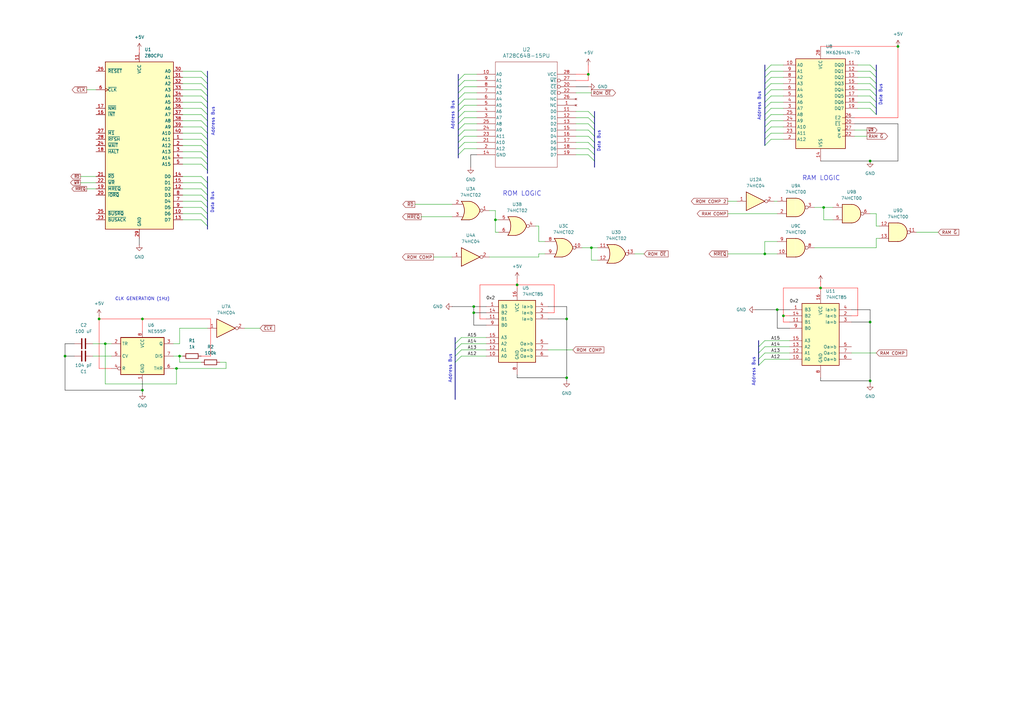
<source format=kicad_sch>
(kicad_sch (version 20250114) (generator "eeschema") (generator_version "9.0")
  (paper "A3")
  (lib_symbols
    (symbol "74xx:74HC04"
      (property "Reference" "U" (at 0 1.27 0))
      (property "Value" "74HC04" (at 0 -1.27 0))
      (symbol "74HC04_1_0"
        (pin input line (at -7.62 0 0) (length 3.81) (name "~") (number "1"))
        (pin output inverted (at 7.62 0 180) (length 3.81) (name "~") (number "2"))
      )
      (symbol "74HC04_2_0"
        (pin input line (at -7.62 0 0) (length 3.81) (name "~") (number "3"))
        (pin output inverted (at 7.62 0 180) (length 3.81) (name "~") (number "4"))
      )
      (symbol "74HC04_3_0"
        (pin input line (at -7.62 0 0) (length 3.81) (name "~") (number "5"))
        (pin output inverted (at 7.62 0 180) (length 3.81) (name "~") (number "6"))
      )
      (symbol "74HC04_4_0"
        (pin input line (at -7.62 0 0) (length 3.81) (name "~") (number "9"))
        (pin output inverted (at 7.62 0 180) (length 3.81) (name "~") (number "8"))
      )
      (symbol "74HC04_5_0"
        (pin input line (at -7.62 0 0) (length 3.81) (name "~") (number "11"))
        (pin output inverted (at 7.62 0 180) (length 3.81) (name "~") (number "10"))
      )
      (symbol "74HC04_6_0"
        (pin input line (at -7.62 0 0) (length 3.81) (name "~") (number "13"))
        (pin output inverted (at 7.62 0 180) (length 3.81) (name "~") (number "12"))
      )
      (symbol "74HC04_7_0"
        (pin power_in line (at 0 12.7 270) (length 5.08) (name "VCC") (number "14"))
        (pin power_in line (at 0 -12.7 90) (length 5.08) (name "GND") (number "7"))
      )
    )
    (symbol "74xx:74HCT00" (pin_names (offset 1.016))
      (property "Reference" "U" (at 0 1.27 0))
      (property "Value" "74HCT00" (at 0 -1.27 0))
      (symbol "74HCT00_1_1"
        (pin input line (at -7.62 2.54 0) (length 3.81) (name "~") (number "1"))
        (pin input line (at -7.62 -2.54 0) (length 3.81) (name "~") (number "2"))
        (pin output inverted (at 7.62 0 180) (length 3.81) (name "~") (number "3"))
      )
      (symbol "74HCT00_1_2"
        (pin input inverted (at -7.62 2.54 0) (length 4.318) (name "~") (number "1"))
        (pin input inverted (at -7.62 -2.54 0) (length 4.318) (name "~") (number "2"))
        (pin output line (at 7.62 0 180) (length 3.81) (name "~") (number "3"))
      )
      (symbol "74HCT00_2_1"
        (pin input line (at -7.62 2.54 0) (length 3.81) (name "~") (number "4"))
        (pin input line (at -7.62 -2.54 0) (length 3.81) (name "~") (number "5"))
        (pin output inverted (at 7.62 0 180) (length 3.81) (name "~") (number "6"))
      )
      (symbol "74HCT00_2_2"
        (pin input inverted (at -7.62 2.54 0) (length 4.318) (name "~") (number "4"))
        (pin input inverted (at -7.62 -2.54 0) (length 4.318) (name "~") (number "5"))
        (pin output line (at 7.62 0 180) (length 3.81) (name "~") (number "6"))
      )
      (symbol "74HCT00_3_1"
        (pin input line (at -7.62 2.54 0) (length 3.81) (name "~") (number "9"))
        (pin input line (at -7.62 -2.54 0) (length 3.81) (name "~") (number "10"))
        (pin output inverted (at 7.62 0 180) (length 3.81) (name "~") (number "8"))
      )
      (symbol "74HCT00_3_2"
        (pin input inverted (at -7.62 2.54 0) (length 4.318) (name "~") (number "9"))
        (pin input inverted (at -7.62 -2.54 0) (length 4.318) (name "~") (number "10"))
        (pin output line (at 7.62 0 180) (length 3.81) (name "~") (number "8"))
      )
      (symbol "74HCT00_4_1"
        (pin input line (at -7.62 2.54 0) (length 3.81) (name "~") (number "12"))
        (pin input line (at -7.62 -2.54 0) (length 3.81) (name "~") (number "13"))
        (pin output inverted (at 7.62 0 180) (length 3.81) (name "~") (number "11"))
      )
      (symbol "74HCT00_4_2"
        (pin input inverted (at -7.62 2.54 0) (length 4.318) (name "~") (number "12"))
        (pin input inverted (at -7.62 -2.54 0) (length 4.318) (name "~") (number "13"))
        (pin output line (at 7.62 0 180) (length 3.81) (name "~") (number "11"))
      )
      (symbol "74HCT00_5_0"
        (pin power_in line (at 0 12.7 270) (length 5.08) (name "VCC") (number "14"))
        (pin power_in line (at 0 -12.7 90) (length 5.08) (name "GND") (number "7"))
      )
    )
    (symbol "74xx:74HCT02" (pin_names (offset 1.016))
      (property "Reference" "U" (at 0 1.27 0))
      (property "Value" "74HCT02" (at 0 -1.27 0))
      (symbol "74HCT02_1_1"
        (pin input line (at -7.62 2.54 0) (length 4.318) (name "~") (number "2"))
        (pin input line (at -7.62 -2.54 0) (length 4.318) (name "~") (number "3"))
        (pin output inverted (at 7.62 0 180) (length 3.81) (name "~") (number "1"))
      )
      (symbol "74HCT02_1_2"
        (pin input inverted (at -7.62 2.54 0) (length 3.81) (name "~") (number "2"))
        (pin input inverted (at -7.62 -2.54 0) (length 3.81) (name "~") (number "3"))
        (pin output line (at 7.62 0 180) (length 3.81) (name "~") (number "1"))
      )
      (symbol "74HCT02_2_1"
        (pin input line (at -7.62 2.54 0) (length 4.318) (name "~") (number "5"))
        (pin input line (at -7.62 -2.54 0) (length 4.318) (name "~") (number "6"))
        (pin output inverted (at 7.62 0 180) (length 3.81) (name "~") (number "4"))
      )
      (symbol "74HCT02_2_2"
        (pin input inverted (at -7.62 2.54 0) (length 3.81) (name "~") (number "5"))
        (pin input inverted (at -7.62 -2.54 0) (length 3.81) (name "~") (number "6"))
        (pin output line (at 7.62 0 180) (length 3.81) (name "~") (number "4"))
      )
      (symbol "74HCT02_3_1"
        (pin input line (at -7.62 2.54 0) (length 4.318) (name "~") (number "8"))
        (pin input line (at -7.62 -2.54 0) (length 4.318) (name "~") (number "9"))
        (pin output inverted (at 7.62 0 180) (length 3.81) (name "~") (number "10"))
      )
      (symbol "74HCT02_3_2"
        (pin input inverted (at -7.62 2.54 0) (length 3.81) (name "~") (number "8"))
        (pin input inverted (at -7.62 -2.54 0) (length 3.81) (name "~") (number "9"))
        (pin output line (at 7.62 0 180) (length 3.81) (name "~") (number "10"))
      )
      (symbol "74HCT02_4_1"
        (pin input line (at -7.62 2.54 0) (length 4.318) (name "~") (number "11"))
        (pin input line (at -7.62 -2.54 0) (length 4.318) (name "~") (number "12"))
        (pin output inverted (at 7.62 0 180) (length 3.81) (name "~") (number "13"))
      )
      (symbol "74HCT02_4_2"
        (pin input inverted (at -7.62 2.54 0) (length 3.81) (name "~") (number "11"))
        (pin input inverted (at -7.62 -2.54 0) (length 3.81) (name "~") (number "12"))
        (pin output line (at 7.62 0 180) (length 3.81) (name "~") (number "13"))
      )
      (symbol "74HCT02_5_0"
        (pin power_in line (at 0 12.7 270) (length 5.08) (name "VCC") (number "14"))
        (pin power_in line (at 0 -12.7 90) (length 5.08) (name "GND") (number "7"))
      )
    )
    (symbol "74xx:74HCT85" (pin_names (offset 1.016))
      (property "Reference" "U" (at -7.62 13.97 0))
      (property "Value" "74HCT85" (at -7.62 -13.97 0))
      (symbol "74HCT85_1_0"
        (pin input line (at -12.7 10.16 0) (length 5.08) (name "B3") (number "1"))
        (pin input line (at -12.7 7.62 0) (length 5.08) (name "B2") (number "14"))
        (pin input line (at -12.7 5.08 0) (length 5.08) (name "B1") (number "11"))
        (pin input line (at -12.7 2.54 0) (length 5.08) (name "B0") (number "9"))
        (pin input line (at -12.7 -2.54 0) (length 5.08) (name "A3") (number "15"))
        (pin input line (at -12.7 -5.08 0) (length 5.08) (name "A2") (number "13"))
        (pin input line (at -12.7 -7.62 0) (length 5.08) (name "A1") (number "12"))
        (pin input line (at -12.7 -10.16 0) (length 5.08) (name "A0") (number "10"))
        (pin power_in line (at 0 17.78 270) (length 5.08) (name "VCC") (number "16"))
        (pin power_in line (at 0 -17.78 90) (length 5.08) (name "GND") (number "8"))
        (pin input line (at 12.7 10.16 180) (length 5.08) (name "Ia>b") (number "4"))
        (pin input line (at 12.7 7.62 180) (length 5.08) (name "Ia<b") (number "2"))
        (pin input line (at 12.7 5.08 180) (length 5.08) (name "Ia=b") (number "3"))
        (pin output line (at 12.7 -5.08 180) (length 5.08) (name "Oa>b") (number "5"))
        (pin output line (at 12.7 -7.62 180) (length 5.08) (name "Oa<b") (number "7"))
        (pin output line (at 12.7 -10.16 180) (length 5.08) (name "Oa=b") (number "6"))
      )
    )
    (symbol "CPU:Z80CPU" (pin_names (offset 1.016))
      (property "Reference" "U" (at -13.97 35.56 0))
      (property "Value" "Z80CPU" (at 6.35 35.56 0))
      (symbol "Z80CPU_1_1"
        (pin input line (at -17.78 30.48 0) (length 3.81) (name "~{RESET}") (number "26"))
        (pin input clock (at -17.78 22.86 0) (length 3.81) (name "~{CLK}") (number "6"))
        (pin input line (at -17.78 15.24 0) (length 3.81) (name "~{NMI}") (number "17"))
        (pin input line (at -17.78 12.7 0) (length 3.81) (name "~{INT}") (number "16"))
        (pin output line (at -17.78 5.08 0) (length 3.81) (name "~{M1}") (number "27"))
        (pin output line (at -17.78 2.54 0) (length 3.81) (name "~{RFSH}") (number "28"))
        (pin input line (at -17.78 0 0) (length 3.81) (name "~{WAIT}") (number "24"))
        (pin output line (at -17.78 -2.54 0) (length 3.81) (name "~{HALT}") (number "18"))
        (pin output line (at -17.78 -12.7 0) (length 3.81) (name "~{RD}") (number "21"))
        (pin output line (at -17.78 -15.24 0) (length 3.81) (name "~{WR}") (number "22"))
        (pin output line (at -17.78 -17.78 0) (length 3.81) (name "~{MREQ}") (number "19"))
        (pin output line (at -17.78 -20.32 0) (length 3.81) (name "~{IORQ}") (number "20"))
        (pin input line (at -17.78 -27.94 0) (length 3.81) (name "~{BUSRQ}") (number "25"))
        (pin output line (at -17.78 -30.48 0) (length 3.81) (name "~{BUSACK}") (number "23"))
        (pin power_in line (at 0 38.1 270) (length 3.81) (name "VCC") (number "11"))
        (pin power_in line (at 0 -38.1 90) (length 3.81) (name "GND") (number "29"))
        (pin output line (at 17.78 30.48 180) (length 3.81) (name "A0") (number "30"))
        (pin output line (at 17.78 27.94 180) (length 3.81) (name "A1") (number "31"))
        (pin output line (at 17.78 25.4 180) (length 3.81) (name "A2") (number "32"))
        (pin output line (at 17.78 22.86 180) (length 3.81) (name "A3") (number "33"))
        (pin output line (at 17.78 20.32 180) (length 3.81) (name "A4") (number "34"))
        (pin output line (at 17.78 17.78 180) (length 3.81) (name "A5") (number "35"))
        (pin output line (at 17.78 15.24 180) (length 3.81) (name "A6") (number "36"))
        (pin output line (at 17.78 12.7 180) (length 3.81) (name "A7") (number "37"))
        (pin output line (at 17.78 10.16 180) (length 3.81) (name "A8") (number "38"))
        (pin output line (at 17.78 7.62 180) (length 3.81) (name "A9") (number "39"))
        (pin output line (at 17.78 5.08 180) (length 3.81) (name "A10") (number "40"))
        (pin output line (at 17.78 2.54 180) (length 3.81) (name "A11") (number "1"))
        (pin output line (at 17.78 0 180) (length 3.81) (name "A12") (number "2"))
        (pin output line (at 17.78 -2.54 180) (length 3.81) (name "A13") (number "3"))
        (pin output line (at 17.78 -5.08 180) (length 3.81) (name "A14") (number "4"))
        (pin output line (at 17.78 -7.62 180) (length 3.81) (name "A15") (number "5"))
        (pin bidirectional line (at 17.78 -12.7 180) (length 3.81) (name "D0") (number "14"))
        (pin bidirectional line (at 17.78 -15.24 180) (length 3.81) (name "D1") (number "15"))
        (pin bidirectional line (at 17.78 -17.78 180) (length 3.81) (name "D2") (number "12"))
        (pin bidirectional line (at 17.78 -20.32 180) (length 3.81) (name "D3") (number "8"))
        (pin bidirectional line (at 17.78 -22.86 180) (length 3.81) (name "D4") (number "7"))
        (pin bidirectional line (at 17.78 -25.4 180) (length 3.81) (name "D5") (number "9"))
        (pin bidirectional line (at 17.78 -27.94 180) (length 3.81) (name "D6") (number "10"))
        (pin bidirectional line (at 17.78 -30.48 180) (length 3.81) (name "D7") (number "13"))
      )
    )
    (symbol "Device:C" (pin_numbers (hide yes)) (pin_names (offset 0.254))
      (property "Reference" "C" (at 0.635 2.54 0))
      (property "Value" "C" (at 0.635 -2.54 0))
      (symbol "C_1_1"
        (pin passive line (at 0 3.81 270) (length 2.794) (name "~") (number "1"))
        (pin passive line (at 0 -3.81 90) (length 2.794) (name "~") (number "2"))
      )
    )
    (symbol "Device:R" (pin_numbers (hide yes)) (pin_names (offset 0))
      (property "Reference" "R" (at 2.032 0 90))
      (property "Value" "R" (at 0 0 90))
      (symbol "R_1_1"
        (pin passive line (at 0 3.81 270) (length 1.27) (name "~") (number "1"))
        (pin passive line (at 0 -3.81 90) (length 1.27) (name "~") (number "2"))
      )
    )
    (symbol "Symbols:AT28C64B-15PU" (pin_names (offset 0.254))
      (property "Reference" "U" (at 20.32 10.16 0))
      (property "Value" "AT28C64B-15PU" (at 20.32 7.62 0))
      (symbol "AT28C64B-15PU_0_1"
        (pin input line (at 0 0 0) (length 7.62) (name "A0") (number "10"))
        (pin input line (at 0 -2.54 0) (length 7.62) (name "A1") (number "9"))
        (pin input line (at 0 -5.08 0) (length 7.62) (name "A2") (number "8"))
        (pin input line (at 0 -7.62 0) (length 7.62) (name "A3") (number "7"))
        (pin input line (at 0 -10.16 0) (length 7.62) (name "A4") (number "6"))
        (pin input line (at 0 -12.7 0) (length 7.62) (name "A5") (number "5"))
        (pin input line (at 0 -15.24 0) (length 7.62) (name "A6") (number "4"))
        (pin input line (at 0 -17.78 0) (length 7.62) (name "A7") (number "3"))
        (pin input line (at 0 -30.48 0) (length 7.62) (name "A12") (number "2"))
        (pin power_in line (at 0 -33.02 0) (length 7.62) (name "GND") (number "14"))
        (pin power_in line (at 40.64 0 180) (length 7.62) (name "VCC") (number "28"))
        (pin no_connect line (at 40.64 -10.16 180) (length 7.62) (name "NC") (number "26"))
      )
      (symbol "AT28C64B-15PU_1_1"
        (pin input line (at 0 -20.32 0) (length 7.62) (name "A8") (number "25"))
        (pin input line (at 0 -22.86 0) (length 7.62) (name "A9") (number "24"))
        (pin input line (at 0 -25.4 0) (length 7.62) (name "A11") (number "23"))
        (pin input line (at 0 -27.94 0) (length 7.62) (name "A10") (number "21"))
        (pin input inverted (at 40.64 -2.54 180) (length 7.62) (name "~{WE}") (number "27"))
        (pin input inverted (at 40.64 -5.08 180) (length 7.62) (name "~{CE}") (number "20"))
        (pin input inverted (at 40.64 -7.62 180) (length 7.62) (name "~{OE}") (number "22"))
        (pin no_connect line (at 40.64 -12.7 180) (length 7.62) (name "NC") (number "1"))
        (pin bidirectional line (at 40.64 -15.24 180) (length 7.62) (name "D0") (number "11"))
        (pin bidirectional line (at 40.64 -17.78 180) (length 7.62) (name "D1") (number "12"))
        (pin bidirectional line (at 40.64 -20.32 180) (length 7.62) (name "D2") (number "13"))
        (pin bidirectional line (at 40.64 -22.86 180) (length 7.62) (name "D3") (number "15"))
        (pin bidirectional line (at 40.64 -25.4 180) (length 7.62) (name "D4") (number "16"))
        (pin bidirectional line (at 40.64 -27.94 180) (length 7.62) (name "D5") (number "17"))
        (pin bidirectional line (at 40.64 -30.48 180) (length 7.62) (name "D6") (number "18"))
        (pin bidirectional line (at 40.64 -33.02 180) (length 7.62) (name "D7") (number "19"))
      )
    )
    (symbol "Symbols:MK6264LN-70"
      (property "Reference" "U" (at -8.636 35.306 0))
      (property "Value" "MK6264LN-70" (at 10.414 35.306 0))
      (symbol "MK6264LN-70_1_0"
        (pin input line (at -15.24 2.54 0) (length 5.08) (name "A11") (number "23"))
      )
      (symbol "MK6264LN-70_1_1"
        (pin input line (at -15.24 30.48 0) (length 5.08) (name "A0") (number "10"))
        (pin input line (at -15.24 27.94 0) (length 5.08) (name "A1") (number "9"))
        (pin input line (at -15.24 25.4 0) (length 5.08) (name "A2") (number "8"))
        (pin input line (at -15.24 22.86 0) (length 5.08) (name "A3") (number "7"))
        (pin input line (at -15.24 20.32 0) (length 5.08) (name "A4") (number "6"))
        (pin input line (at -15.24 17.78 0) (length 5.08) (name "A5") (number "5"))
        (pin input line (at -15.24 15.24 0) (length 5.08) (name "A6") (number "4"))
        (pin input line (at -15.24 12.7 0) (length 5.08) (name "A7") (number "3"))
        (pin input line (at -15.24 10.16 0) (length 5.08) (name "A8") (number "25"))
        (pin input line (at -15.24 7.62 0) (length 5.08) (name "A9") (number "24"))
        (pin input line (at -15.24 5.08 0) (length 5.08) (name "A10") (number "21"))
        (pin input line (at -15.24 0 0) (length 5.08) (name "A12") (number "2"))
        (pin power_in line (at 0 38.1 270) (length 5.08) (name "VCC") (number "28"))
        (pin power_in line (at 0 -8.89 90) (length 5.08) (name "VSS") (number "14"))
        (pin passive line (at 0 -8.89 90) (length 5.08) (hide yes) (name "VSS") (number "46"))
        (pin input line (at 13.97 8.89 180) (length 5.08) (name "E2") (number "26"))
        (pin input line (at 13.97 6.35 180) (length 5.08) (name "~{E1}") (number "20"))
        (pin input line (at 13.97 3.81 180) (length 5.08) (name "~{W}") (number "27"))
        (pin input line (at 13.97 1.27 180) (length 5.08) (name "~{G}") (number "22"))
        (pin no_connect line (at 13.97 -1.27 180) (length 5.08) (hide yes) (name "NC") (number "1"))
        (pin bidirectional line (at 15.24 30.48 180) (length 5.08) (name "DQ0") (number "11"))
        (pin bidirectional line (at 15.24 27.94 180) (length 5.08) (name "DQ1") (number "12"))
        (pin bidirectional line (at 15.24 25.4 180) (length 5.08) (name "DQ2") (number "13"))
        (pin bidirectional line (at 15.24 22.86 180) (length 5.08) (name "DQ3") (number "15"))
        (pin bidirectional line (at 15.24 20.32 180) (length 5.08) (name "DQ4") (number "16"))
        (pin bidirectional line (at 15.24 17.78 180) (length 5.08) (name "DQ5") (number "17"))
        (pin bidirectional line (at 15.24 15.24 180) (length 5.08) (name "DQ6") (number "18"))
        (pin bidirectional line (at 15.24 12.7 180) (length 5.08) (name "DQ7") (number "19"))
      )
    )
    (symbol "Timer:NE555P"
      (property "Reference" "U" (at -10.16 8.89 0))
      (property "Value" "NE555P" (at 2.54 8.89 0))
      (symbol "NE555P_0_0"
        (pin power_in line (at 0 10.16 270) (length 2.54) (name "VCC") (number "8"))
        (pin power_in line (at 0 -10.16 90) (length 2.54) (name "GND") (number "1"))
      )
      (symbol "NE555P_1_1"
        (pin input line (at -12.7 5.08 0) (length 3.81) (name "TR") (number "2"))
        (pin input line (at -12.7 0 0) (length 3.81) (name "CV") (number "5"))
        (pin input inverted (at -12.7 -5.08 0) (length 3.81) (name "R") (number "4"))
        (pin output line (at 12.7 5.08 180) (length 3.81) (name "Q") (number "3"))
        (pin input line (at 12.7 0 180) (length 3.81) (name "DIS") (number "7"))
        (pin input line (at 12.7 -5.08 180) (length 3.81) (name "THR") (number "6"))
      )
    )
    (symbol "power:+5V" (power) (pin_numbers (hide yes)) (pin_names (offset 0) (hide yes))
      (property "Value" "+5V" (at 0 3.556 0))
      (symbol "+5V_1_1"
        (pin power_in line (at 0 0 90) (length 0) (name "~") (number "1"))
      )
    )
    (symbol "power:GND" (power) (pin_numbers (hide yes)) (pin_names (offset 0) (hide yes))
      (property "Value" "GND" (at 0 -3.81 0))
      (symbol "GND_1_1"
        (pin power_in line (at 0 0 270) (length 0) (name "~") (number "1"))
      )
    )
  )
  (text "CLK GENERATION (1Hz)" (at 58.42 122.682 0) (effects (font (size 1.27 1.27))))
  (text "RAM LOGIC" (at 336.804 73.152 0) (effects (font (size 1.905 1.905))))
  (text "ROM LOGIC" (at 214.122 79.502 0) (effects (font (size 1.905 1.905))))
  (text "Data Bus" (at 361.188 38.862 90) (effects (font (size 1.27 1.27))))
  (text "Address Bus" (at 184.658 151.13 90) (effects (font (size 1.27 1.27))))
  (text "Address Bus" (at 87.376 49.784 90) (effects (font (size 1.27 1.27))))
  (text "Address Bus" (at 309.118 152.4 90) (effects (font (size 1.27 1.27))))
  (text "Address Bus" (at 311.404 43.434 90) (effects (font (size 1.27 1.27))))
  (text "Address Bus" (at 185.674 47.244 90) (effects (font (size 1.27 1.27))))
  (text "Data Bus" (at 245.618 57.912 90) (effects (font (size 1.27 1.27))))
  (text "Data Bus" (at 87.122 83.058 90) (effects (font (size 1.27 1.27))))
  (junction (at 241.3 30.48))
  (junction (at 58.42 160.02))
  (junction (at 26.67 146.05))
  (junction (at 356.87 132.08))
  (junction (at 212.09 116.84))
  (junction (at 232.41 154.94))
  (junction (at 336.55 118.11))
  (junction (at 73.66 146.05))
  (junction (at 318.77 127))
  (junction (at 321.31 129.54))
  (junction (at 232.41 130.81))
  (junction (at 194.31 125.73))
  (junction (at 194.31 128.27))
  (junction (at 72.39 151.13))
  (junction (at 337.82 85.09))
  (junction (at 242.57 101.6))
  (junction (at 203.2 90.17))
  (junction (at 356.87 156.21))
  (junction (at 58.42 130.81))
  (junction (at 313.69 104.14))
  (junction (at 368.3 19.05))
  (junction (at 43.18 140.97))
  (junction (at 356.87 66.04))
  (junction (at 40.64 130.81))
  (bus_entry (at 241.3 45.72) (size 2.54 2.54))
  (bus_entry (at 190.5 43.18) (size -2.54 2.54))
  (bus_entry (at 186.69 140.97) (size 2.54 -2.54))
  (bus_entry (at 316.23 57.15) (size -2.54 2.54))
  (bus_entry (at 241.3 55.88) (size 2.54 2.54))
  (bus_entry (at 316.23 46.99) (size -2.54 2.54))
  (bus_entry (at 356.87 26.67) (size 2.54 2.54))
  (bus_entry (at 82.55 49.53) (size 2.54 2.54))
  (bus_entry (at 316.23 39.37) (size -2.54 2.54))
  (bus_entry (at 241.3 50.8) (size 2.54 2.54))
  (bus_entry (at 316.23 31.75) (size -2.54 2.54))
  (bus_entry (at 356.87 34.29) (size 2.54 2.54))
  (bus_entry (at 82.55 62.23) (size 2.54 2.54))
  (bus_entry (at 82.55 77.47) (size 2.54 2.54))
  (bus_entry (at 82.55 41.91) (size 2.54 2.54))
  (bus_entry (at 316.23 41.91) (size -2.54 2.54))
  (bus_entry (at 316.23 54.61) (size -2.54 2.54))
  (bus_entry (at 311.15 142.24) (size 2.54 -2.54))
  (bus_entry (at 82.55 85.09) (size 2.54 2.54))
  (bus_entry (at 316.23 49.53) (size -2.54 2.54))
  (bus_entry (at 82.55 57.15) (size 2.54 2.54))
  (bus_entry (at 82.55 34.29) (size 2.54 2.54))
  (bus_entry (at 82.55 36.83) (size 2.54 2.54))
  (bus_entry (at 311.15 144.78) (size 2.54 -2.54))
  (bus_entry (at 316.23 34.29) (size -2.54 2.54))
  (bus_entry (at 190.5 35.56) (size -2.54 2.54))
  (bus_entry (at 82.55 72.39) (size 2.54 2.54))
  (bus_entry (at 82.55 44.45) (size 2.54 2.54))
  (bus_entry (at 356.87 41.91) (size 2.54 2.54))
  (bus_entry (at 190.5 55.88) (size -2.54 2.54))
  (bus_entry (at 311.15 149.86) (size 2.54 -2.54))
  (bus_entry (at 316.23 26.67) (size -2.54 2.54))
  (bus_entry (at 82.55 90.17) (size 2.54 2.54))
  (bus_entry (at 82.55 52.07) (size 2.54 2.54))
  (bus_entry (at 190.5 33.02) (size -2.54 2.54))
  (bus_entry (at 241.3 48.26) (size 2.54 2.54))
  (bus_entry (at 82.55 67.31) (size 2.54 2.54))
  (bus_entry (at 316.23 52.07) (size -2.54 2.54))
  (bus_entry (at 82.55 59.69) (size 2.54 2.54))
  (bus_entry (at 190.5 60.96) (size -2.54 2.54))
  (bus_entry (at 241.3 58.42) (size 2.54 2.54))
  (bus_entry (at 82.55 80.01) (size 2.54 2.54))
  (bus_entry (at 82.55 87.63) (size 2.54 2.54))
  (bus_entry (at 241.3 60.96) (size 2.54 2.54))
  (bus_entry (at 82.55 54.61) (size 2.54 2.54))
  (bus_entry (at 190.5 40.64) (size -2.54 2.54))
  (bus_entry (at 82.55 29.21) (size 2.54 2.54))
  (bus_entry (at 190.5 45.72) (size -2.54 2.54))
  (bus_entry (at 190.5 58.42) (size -2.54 2.54))
  (bus_entry (at 316.23 29.21) (size -2.54 2.54))
  (bus_entry (at 186.69 148.59) (size 2.54 -2.54))
  (bus_entry (at 311.15 147.32) (size 2.54 -2.54))
  (bus_entry (at 82.55 82.55) (size 2.54 2.54))
  (bus_entry (at 186.69 146.05) (size 2.54 -2.54))
  (bus_entry (at 190.5 48.26) (size -2.54 2.54))
  (bus_entry (at 356.87 39.37) (size 2.54 2.54))
  (bus_entry (at 316.23 44.45) (size -2.54 2.54))
  (bus_entry (at 356.87 29.21) (size 2.54 2.54))
  (bus_entry (at 190.5 50.8) (size -2.54 2.54))
  (bus_entry (at 82.55 74.93) (size 2.54 2.54))
  (bus_entry (at 316.23 36.83) (size -2.54 2.54))
  (bus_entry (at 356.87 44.45) (size 2.54 2.54))
  (bus_entry (at 186.69 143.51) (size 2.54 -2.54))
  (bus_entry (at 241.3 63.5) (size 2.54 2.54))
  (bus_entry (at 356.87 36.83) (size 2.54 2.54))
  (bus_entry (at 241.3 53.34) (size 2.54 2.54))
  (bus_entry (at 190.5 53.34) (size -2.54 2.54))
  (bus_entry (at 82.55 46.99) (size 2.54 2.54))
  (bus_entry (at 82.55 39.37) (size 2.54 2.54))
  (bus_entry (at 356.87 31.75) (size 2.54 2.54))
  (bus_entry (at 82.55 64.77) (size 2.54 2.54))
  (bus_entry (at 82.55 31.75) (size 2.54 2.54))
  (bus_entry (at 190.5 30.48) (size -2.54 2.54))
  (bus_entry (at 190.5 38.1) (size -2.54 2.54))
  (wire (pts (xy 232.41 154.94) (xy 232.41 130.81)) (stroke (width 0) (color 0 0 0 1)))
  (bus (pts (xy 85.09 36.83) (xy 85.09 39.37)))
  (bus (pts (xy 85.09 85.09) (xy 85.09 87.63)))
  (bus (pts (xy 187.96 33.02) (xy 187.96 35.56)))
  (bus (pts (xy 313.69 52.07) (xy 313.69 54.61)))
  (bus (pts (xy 85.09 46.99) (xy 85.09 49.53)))
  (wire (pts (xy 316.23 39.37) (xy 321.31 39.37)))
  (wire (pts (xy 74.93 64.77) (xy 82.55 64.77)))
  (wire (pts (xy 232.41 154.94) (xy 232.41 156.21)) (stroke (width 0) (color 0 0 0 1)))
  (wire (pts (xy 26.67 140.97) (xy 30.48 140.97)) (stroke (width 0) (color 0 0 0 1)))
  (wire (pts (xy 74.93 85.09) (xy 82.55 85.09)))
  (wire (pts (xy 350.52 50.8) (xy 368.3 50.8)) (stroke (width 0) (color 0 0 0 1)))
  (bus (pts (xy 85.09 67.31) (xy 85.09 69.85)))
  (wire (pts (xy 212.09 154.94) (xy 212.09 153.67)) (stroke (width 0) (color 0 0 0 1)))
  (wire (pts (xy 318.77 127) (xy 318.77 134.62)) (stroke (width 0) (color 0 0 0 1)))
  (wire (pts (xy 57.15 97.79) (xy 57.15 100.33)) (stroke (width 0) (color 0 0 0 1)))
  (bus (pts (xy 187.96 58.42) (xy 187.96 60.96)))
  (bus (pts (xy 85.09 82.55) (xy 85.09 85.09)))
  (bus (pts (xy 186.69 140.97) (xy 186.69 143.51)))
  (bus (pts (xy 359.41 34.29) (xy 359.41 36.83)))
  (wire (pts (xy 316.23 52.07) (xy 321.31 52.07)))
  (bus (pts (xy 313.69 31.75) (xy 313.69 34.29)))
  (bus (pts (xy 187.96 50.8) (xy 187.96 53.34)))
  (wire (pts (xy 72.39 151.13) (xy 72.39 157.48)))
  (bus (pts (xy 85.09 41.91) (xy 85.09 44.45)))
  (wire (pts (xy 74.93 54.61) (xy 82.55 54.61)))
  (wire (pts (xy 313.69 99.06) (xy 313.69 104.14)))
  (wire (pts (xy 90.17 148.59) (xy 92.71 148.59)))
  (wire (pts (xy 212.09 116.84) (xy 212.09 118.11)) (stroke (width 0) (color 255 0 0 1)))
  (wire (pts (xy 236.22 53.34) (xy 241.3 53.34)))
  (wire (pts (xy 74.93 62.23) (xy 82.55 62.23)))
  (wire (pts (xy 58.42 130.81) (xy 58.42 135.89)) (stroke (width 0) (color 255 0 0 1)))
  (wire (pts (xy 26.67 160.02) (xy 26.67 146.05)) (stroke (width 0) (color 0 0 0 1)))
  (wire (pts (xy 241.3 26.67) (xy 241.3 30.48)) (stroke (width 0) (color 255 0 0 1)))
  (bus (pts (xy 359.41 31.75) (xy 359.41 34.29)))
  (wire (pts (xy 74.93 44.45) (xy 82.55 44.45)))
  (bus (pts (xy 85.09 74.93) (xy 85.09 77.47)))
  (bus (pts (xy 186.69 148.59) (xy 186.69 163.83)))
  (wire (pts (xy 368.3 19.05) (xy 368.3 48.26)) (stroke (width 0) (color 255 0 0 1)))
  (wire (pts (xy 73.66 134.62) (xy 85.09 134.62)))
  (wire (pts (xy 86.36 146.05) (xy 82.55 146.05)) (stroke (width 0) (color 255 0 0 1)))
  (wire (pts (xy 316.23 31.75) (xy 321.31 31.75)))
  (wire (pts (xy 316.23 57.15) (xy 321.31 57.15)))
  (wire (pts (xy 321.31 132.08) (xy 323.85 132.08)) (stroke (width 0) (color 255 0 0 1)))
  (wire (pts (xy 242.57 101.6) (xy 242.57 106.68)))
  (wire (pts (xy 74.93 67.31) (xy 82.55 67.31)))
  (wire (pts (xy 350.52 53.34) (xy 355.6 53.34)))
  (wire (pts (xy 40.64 129.54) (xy 40.64 130.81)) (stroke (width 0) (color 255 0 0 1)))
  (bus (pts (xy 85.09 64.77) (xy 85.09 67.31)))
  (wire (pts (xy 26.67 146.05) (xy 26.67 140.97)) (stroke (width 0) (color 0 0 0 1)))
  (wire (pts (xy 359.41 101.6) (xy 359.41 97.79)))
  (wire (pts (xy 200.66 86.36) (xy 203.2 86.36)))
  (bus (pts (xy 85.09 77.47) (xy 85.09 80.01)))
  (wire (pts (xy 190.5 58.42) (xy 195.58 58.42)))
  (wire (pts (xy 74.93 52.07) (xy 82.55 52.07)))
  (wire (pts (xy 26.67 146.05) (xy 30.48 146.05)) (stroke (width 0) (color 0 0 0 1)))
  (bus (pts (xy 187.96 43.18) (xy 187.96 45.72)))
  (bus (pts (xy 243.84 45.72) (xy 243.84 48.26)))
  (wire (pts (xy 74.93 31.75) (xy 82.55 31.75)))
  (wire (pts (xy 236.22 38.1) (xy 242.57 38.1)))
  (bus (pts (xy 85.09 80.01) (xy 85.09 82.55)))
  (wire (pts (xy 190.5 33.02) (xy 195.58 33.02)))
  (wire (pts (xy 316.23 41.91) (xy 321.31 41.91)))
  (bus (pts (xy 313.69 54.61) (xy 313.69 57.15)))
  (wire (pts (xy 220.98 99.06) (xy 223.52 99.06)))
  (wire (pts (xy 86.36 130.81) (xy 86.36 146.05)) (stroke (width 0) (color 255 0 0 1)))
  (wire (pts (xy 71.12 151.13) (xy 72.39 151.13)))
  (wire (pts (xy 336.55 118.11) (xy 321.31 118.11)) (stroke (width 0) (color 255 0 0 1)))
  (bus (pts (xy 187.96 38.1) (xy 187.96 40.64)))
  (wire (pts (xy 74.93 77.47) (xy 82.55 77.47)))
  (bus (pts (xy 313.69 39.37) (xy 313.69 41.91)))
  (wire (pts (xy 190.5 30.48) (xy 195.58 30.48)))
  (wire (pts (xy 189.23 143.51) (xy 199.39 143.51)))
  (wire (pts (xy 190.5 53.34) (xy 195.58 53.34)))
  (wire (pts (xy 350.52 55.88) (xy 355.6 55.88)))
  (bus (pts (xy 186.69 146.05) (xy 186.69 148.59)))
  (wire (pts (xy 190.5 45.72) (xy 195.58 45.72)))
  (bus (pts (xy 85.09 54.61) (xy 85.09 57.15)))
  (wire (pts (xy 236.22 55.88) (xy 241.3 55.88)))
  (wire (pts (xy 313.69 104.14) (xy 318.77 104.14)))
  (wire (pts (xy 203.2 86.36) (xy 203.2 90.17)))
  (bus (pts (xy 187.96 60.96) (xy 187.96 63.5)))
  (wire (pts (xy 190.5 48.26) (xy 195.58 48.26)))
  (wire (pts (xy 190.5 55.88) (xy 195.58 55.88)))
  (wire (pts (xy 194.31 133.35) (xy 199.39 133.35)) (stroke (width 0) (color 0 0 0 1)))
  (wire (pts (xy 58.42 160.02) (xy 58.42 161.29)) (stroke (width 0) (color 0 0 0 1)))
  (wire (pts (xy 318.77 127) (xy 323.85 127)) (stroke (width 0) (color 0 0 0 1)))
  (wire (pts (xy 40.64 151.13) (xy 45.72 151.13)) (stroke (width 0) (color 255 0 0 1)))
  (bus (pts (xy 313.69 46.99) (xy 313.69 49.53)))
  (wire (pts (xy 317.5 82.55) (xy 318.77 82.55)))
  (wire (pts (xy 232.41 130.81) (xy 232.41 125.73)) (stroke (width 0) (color 0 0 0 1)))
  (wire (pts (xy 185.42 125.73) (xy 194.31 125.73)) (stroke (width 0) (color 0 0 0 1)))
  (wire (pts (xy 313.69 144.78) (xy 323.85 144.78)))
  (wire (pts (xy 351.79 118.11) (xy 351.79 129.54)) (stroke (width 0) (color 255 0 0 1)))
  (wire (pts (xy 313.69 99.06) (xy 318.77 99.06)))
  (wire (pts (xy 219.71 92.71) (xy 220.98 92.71)))
  (bus (pts (xy 187.96 55.88) (xy 187.96 58.42)))
  (wire (pts (xy 196.85 116.84) (xy 196.85 130.81)) (stroke (width 0) (color 255 0 0 1)))
  (bus (pts (xy 243.84 58.42) (xy 243.84 60.96)))
  (wire (pts (xy 242.57 106.68) (xy 245.11 106.68)))
  (bus (pts (xy 85.09 31.75) (xy 85.09 34.29)))
  (wire (pts (xy 336.55 156.21) (xy 336.55 154.94)) (stroke (width 0) (color 0 0 0 1)))
  (wire (pts (xy 260.35 104.14) (xy 264.16 104.14)))
  (wire (pts (xy 196.85 130.81) (xy 199.39 130.81)) (stroke (width 0) (color 255 0 0 1)))
  (wire (pts (xy 351.79 39.37) (xy 356.87 39.37)))
  (wire (pts (xy 38.1 140.97) (xy 43.18 140.97)))
  (bus (pts (xy 85.09 90.17) (xy 85.09 92.71)))
  (wire (pts (xy 334.01 85.09) (xy 337.82 85.09)))
  (wire (pts (xy 190.5 60.96) (xy 195.58 60.96)))
  (wire (pts (xy 351.79 26.67) (xy 356.87 26.67)))
  (wire (pts (xy 298.45 82.55) (xy 302.26 82.55)))
  (wire (pts (xy 236.22 30.48) (xy 241.3 30.48)) (stroke (width 0) (color 255 0 0 1)))
  (wire (pts (xy 375.92 95.25) (xy 384.81 95.25)))
  (wire (pts (xy 368.3 66.04) (xy 368.3 50.8)) (stroke (width 0) (color 0 0 0 1)))
  (wire (pts (xy 74.93 59.69) (xy 82.55 59.69)))
  (wire (pts (xy 74.93 87.63) (xy 82.55 87.63)))
  (bus (pts (xy 359.41 44.45) (xy 359.41 46.99)))
  (wire (pts (xy 92.71 148.59) (xy 92.71 151.13)))
  (wire (pts (xy 356.87 132.08) (xy 356.87 127)) (stroke (width 0) (color 0 0 0 1)))
  (wire (pts (xy 194.31 125.73) (xy 194.31 128.27)) (stroke (width 0) (color 0 0 0 1)))
  (wire (pts (xy 336.55 19.05) (xy 368.3 19.05)) (stroke (width 0) (color 255 0 0 1)))
  (wire (pts (xy 189.23 146.05) (xy 199.39 146.05)))
  (wire (pts (xy 321.31 129.54) (xy 323.85 129.54)) (stroke (width 0) (color 255 0 0 1)))
  (wire (pts (xy 316.23 34.29) (xy 321.31 34.29)))
  (wire (pts (xy 58.42 130.81) (xy 86.36 130.81)) (stroke (width 0) (color 255 0 0 1)))
  (bus (pts (xy 187.96 35.56) (xy 187.96 38.1)))
  (wire (pts (xy 316.23 46.99) (xy 321.31 46.99)))
  (wire (pts (xy 316.23 49.53) (xy 321.31 49.53)))
  (wire (pts (xy 71.12 146.05) (xy 73.66 146.05)))
  (wire (pts (xy 74.93 46.99) (xy 82.55 46.99)))
  (wire (pts (xy 203.2 95.25) (xy 204.47 95.25)))
  (wire (pts (xy 236.22 48.26) (xy 241.3 48.26)))
  (wire (pts (xy 356.87 156.21) (xy 336.55 156.21)) (stroke (width 0) (color 0 0 0 1)))
  (wire (pts (xy 350.52 48.26) (xy 368.3 48.26)) (stroke (width 0) (color 255 0 0 1)))
  (wire (pts (xy 224.79 125.73) (xy 232.41 125.73)) (stroke (width 0) (color 0 0 0 1)))
  (wire (pts (xy 224.79 128.27) (xy 227.33 128.27)) (stroke (width 0) (color 255 0 0 1)))
  (wire (pts (xy 337.82 90.17) (xy 341.63 90.17)))
  (bus (pts (xy 187.96 40.64) (xy 187.96 43.18)))
  (bus (pts (xy 187.96 30.48) (xy 187.96 33.02)))
  (bus (pts (xy 85.09 62.23) (xy 85.09 64.77)))
  (bus (pts (xy 85.09 49.53) (xy 85.09 52.07)))
  (wire (pts (xy 74.93 90.17) (xy 82.55 90.17)))
  (wire (pts (xy 336.55 118.11) (xy 351.79 118.11)) (stroke (width 0) (color 255 0 0 1)))
  (wire (pts (xy 212.09 114.3) (xy 212.09 116.84)) (stroke (width 0) (color 255 0 0 1)))
  (wire (pts (xy 236.22 50.8) (xy 241.3 50.8)))
  (bus (pts (xy 359.41 29.21) (xy 359.41 31.75)))
  (wire (pts (xy 224.79 143.51) (xy 234.95 143.51)))
  (wire (pts (xy 33.02 72.39) (xy 39.37 72.39)))
  (wire (pts (xy 337.82 85.09) (xy 337.82 90.17)))
  (bus (pts (xy 313.69 29.21) (xy 313.69 31.75)))
  (bus (pts (xy 243.84 66.04) (xy 243.84 68.58)))
  (wire (pts (xy 35.56 36.83) (xy 39.37 36.83)))
  (bus (pts (xy 243.84 55.88) (xy 243.84 58.42)))
  (wire (pts (xy 74.93 57.15) (xy 82.55 57.15)))
  (bus (pts (xy 85.09 34.29) (xy 85.09 36.83)))
  (wire (pts (xy 313.69 142.24) (xy 323.85 142.24)))
  (bus (pts (xy 243.84 60.96) (xy 243.84 63.5)))
  (wire (pts (xy 74.93 36.83) (xy 82.55 36.83)))
  (wire (pts (xy 220.98 92.71) (xy 220.98 99.06)))
  (bus (pts (xy 313.69 49.53) (xy 313.69 52.07)))
  (wire (pts (xy 316.23 44.45) (xy 321.31 44.45)))
  (bus (pts (xy 243.84 63.5) (xy 243.84 66.04)))
  (bus (pts (xy 311.15 139.7) (xy 311.15 142.24)))
  (wire (pts (xy 356.87 66.04) (xy 368.3 66.04)) (stroke (width 0) (color 0 0 0 1)))
  (wire (pts (xy 359.41 92.71) (xy 360.68 92.71)))
  (wire (pts (xy 74.93 41.91) (xy 82.55 41.91)))
  (wire (pts (xy 351.79 34.29) (xy 356.87 34.29)))
  (wire (pts (xy 72.39 157.48) (xy 43.18 157.48)))
  (wire (pts (xy 194.31 125.73) (xy 199.39 125.73)) (stroke (width 0) (color 0 0 0 1)))
  (wire (pts (xy 74.93 72.39) (xy 82.55 72.39)))
  (wire (pts (xy 190.5 50.8) (xy 195.58 50.8)))
  (bus (pts (xy 85.09 92.71) (xy 85.09 93.98)))
  (wire (pts (xy 316.23 54.61) (xy 321.31 54.61)))
  (wire (pts (xy 190.5 43.18) (xy 195.58 43.18)))
  (bus (pts (xy 85.09 69.85) (xy 85.09 71.12)))
  (bus (pts (xy 311.15 144.78) (xy 311.15 147.32)))
  (wire (pts (xy 236.22 60.96) (xy 241.3 60.96)))
  (wire (pts (xy 38.1 146.05) (xy 45.72 146.05)))
  (bus (pts (xy 243.84 48.26) (xy 243.84 50.8)))
  (bus (pts (xy 243.84 53.34) (xy 243.84 55.88)))
  (bus (pts (xy 311.15 142.24) (xy 311.15 144.78)))
  (wire (pts (xy 189.23 138.43) (xy 199.39 138.43)))
  (bus (pts (xy 313.69 44.45) (xy 313.69 46.99)))
  (wire (pts (xy 203.2 90.17) (xy 204.47 90.17)))
  (wire (pts (xy 73.66 146.05) (xy 73.66 148.59)))
  (wire (pts (xy 43.18 140.97) (xy 45.72 140.97)))
  (bus (pts (xy 187.96 45.72) (xy 187.96 48.26)))
  (wire (pts (xy 236.22 35.56) (xy 241.3 35.56)) (stroke (width 0) (color 0 0 0 1)))
  (wire (pts (xy 334.01 101.6) (xy 359.41 101.6)))
  (wire (pts (xy 220.98 105.41) (xy 220.98 104.14)))
  (bus (pts (xy 187.96 48.26) (xy 187.96 50.8)))
  (wire (pts (xy 356.87 87.63) (xy 359.41 87.63)))
  (wire (pts (xy 224.79 130.81) (xy 232.41 130.81)) (stroke (width 0) (color 0 0 0 1)))
  (bus (pts (xy 85.09 29.21) (xy 85.09 31.75)))
  (wire (pts (xy 242.57 101.6) (xy 245.11 101.6)))
  (wire (pts (xy 351.79 44.45) (xy 356.87 44.45)))
  (bus (pts (xy 313.69 41.91) (xy 313.69 44.45)))
  (wire (pts (xy 71.12 140.97) (xy 73.66 140.97)))
  (wire (pts (xy 238.76 101.6) (xy 242.57 101.6)))
  (wire (pts (xy 74.93 80.01) (xy 82.55 80.01)))
  (wire (pts (xy 172.72 88.9) (xy 185.42 88.9)))
  (bus (pts (xy 359.41 41.91) (xy 359.41 44.45)))
  (bus (pts (xy 311.15 147.32) (xy 311.15 149.86)))
  (wire (pts (xy 241.3 30.48) (xy 241.3 33.02)) (stroke (width 0) (color 255 0 0 1)))
  (wire (pts (xy 316.23 26.67) (xy 321.31 26.67)))
  (bus (pts (xy 243.84 50.8) (xy 243.84 53.34)))
  (wire (pts (xy 349.25 129.54) (xy 351.79 129.54)) (stroke (width 0) (color 255 0 0 1)))
  (wire (pts (xy 236.22 63.5) (xy 241.3 63.5)))
  (wire (pts (xy 58.42 156.21) (xy 58.42 160.02)) (stroke (width 0) (color 0 0 0 1)))
  (wire (pts (xy 170.18 83.82) (xy 185.42 83.82)))
  (wire (pts (xy 298.45 87.63) (xy 318.77 87.63)))
  (wire (pts (xy 40.64 130.81) (xy 40.64 151.13)) (stroke (width 0) (color 255 0 0 1)))
  (wire (pts (xy 193.04 63.5) (xy 195.58 63.5)) (stroke (width 0) (color 0 0 0 1)))
  (wire (pts (xy 356.87 156.21) (xy 356.87 157.48)) (stroke (width 0) (color 0 0 0 1)))
  (bus (pts (xy 359.41 36.83) (xy 359.41 39.37)))
  (wire (pts (xy 35.56 77.47) (xy 39.37 77.47)))
  (bus (pts (xy 85.09 52.07) (xy 85.09 54.61)))
  (bus (pts (xy 187.96 53.34) (xy 187.96 55.88)))
  (wire (pts (xy 359.41 97.79) (xy 360.68 97.79)))
  (wire (pts (xy 177.8 105.41) (xy 185.42 105.41)))
  (wire (pts (xy 236.22 33.02) (xy 241.3 33.02)) (stroke (width 0) (color 255 0 0 1)))
  (wire (pts (xy 318.77 134.62) (xy 323.85 134.62)) (stroke (width 0) (color 0 0 0 1)))
  (bus (pts (xy 313.69 34.29) (xy 313.69 36.83)))
  (wire (pts (xy 190.5 38.1) (xy 195.58 38.1)))
  (wire (pts (xy 74.93 34.29) (xy 82.55 34.29)))
  (wire (pts (xy 351.79 29.21) (xy 356.87 29.21)))
  (wire (pts (xy 74.93 74.93) (xy 82.55 74.93)))
  (wire (pts (xy 313.69 139.7) (xy 323.85 139.7)))
  (bus (pts (xy 85.09 44.45) (xy 85.09 46.99)))
  (wire (pts (xy 33.02 74.93) (xy 39.37 74.93)))
  (wire (pts (xy 100.33 134.62) (xy 106.68 134.62)))
  (bus (pts (xy 313.69 36.83) (xy 313.69 39.37)))
  (wire (pts (xy 236.22 45.72) (xy 241.3 45.72)))
  (bus (pts (xy 85.09 39.37) (xy 85.09 41.91)))
  (wire (pts (xy 200.66 105.41) (xy 220.98 105.41)))
  (wire (pts (xy 359.41 87.63) (xy 359.41 92.71)))
  (wire (pts (xy 349.25 132.08) (xy 356.87 132.08)) (stroke (width 0) (color 0 0 0 1)))
  (bus (pts (xy 85.09 57.15) (xy 85.09 59.69)))
  (wire (pts (xy 336.55 66.04) (xy 356.87 66.04)) (stroke (width 0) (color 0 0 0 1)))
  (wire (pts (xy 74.93 29.21) (xy 82.55 29.21)))
  (wire (pts (xy 356.87 156.21) (xy 356.87 132.08)) (stroke (width 0) (color 0 0 0 1)))
  (bus (pts (xy 313.69 26.67) (xy 313.69 29.21)))
  (bus (pts (xy 186.69 143.51) (xy 186.69 146.05)))
  (wire (pts (xy 190.5 40.64) (xy 195.58 40.64)))
  (wire (pts (xy 232.41 154.94) (xy 212.09 154.94)) (stroke (width 0) (color 0 0 0 1)))
  (wire (pts (xy 309.88 127) (xy 318.77 127)) (stroke (width 0) (color 0 0 0 1)))
  (wire (pts (xy 336.55 118.11) (xy 336.55 119.38)) (stroke (width 0) (color 255 0 0 1)))
  (wire (pts (xy 40.64 130.81) (xy 58.42 130.81)) (stroke (width 0) (color 255 0 0 1)))
  (wire (pts (xy 194.31 128.27) (xy 199.39 128.27)) (stroke (width 0) (color 0 0 0 1)))
  (wire (pts (xy 349.25 127) (xy 356.87 127)) (stroke (width 0) (color 0 0 0 1)))
  (wire (pts (xy 43.18 157.48) (xy 43.18 140.97)))
  (wire (pts (xy 349.25 144.78) (xy 359.41 144.78)))
  (wire (pts (xy 337.82 85.09) (xy 341.63 85.09)))
  (wire (pts (xy 73.66 146.05) (xy 74.93 146.05)))
  (wire (pts (xy 316.23 36.83) (xy 321.31 36.83)))
  (bus (pts (xy 313.69 57.15) (xy 313.69 59.69)))
  (wire (pts (xy 57.15 20.32) (xy 57.15 21.59)) (stroke (width 0) (color 255 0 0 1)))
  (wire (pts (xy 72.39 151.13) (xy 92.71 151.13)))
  (wire (pts (xy 74.93 82.55) (xy 82.55 82.55)))
  (wire (pts (xy 74.93 49.53) (xy 82.55 49.53)))
  (wire (pts (xy 212.09 116.84) (xy 227.33 116.84)) (stroke (width 0) (color 255 0 0 1)))
  (wire (pts (xy 73.66 140.97) (xy 73.66 134.62)))
  (wire (pts (xy 313.69 147.32) (xy 323.85 147.32)))
  (wire (pts (xy 351.79 31.75) (xy 356.87 31.75)))
  (wire (pts (xy 194.31 128.27) (xy 194.31 133.35)) (stroke (width 0) (color 0 0 0 1)))
  (wire (pts (xy 189.23 140.97) (xy 199.39 140.97)))
  (wire (pts (xy 58.42 160.02) (xy 26.67 160.02)) (stroke (width 0) (color 0 0 0 1)))
  (bus (pts (xy 85.09 87.63) (xy 85.09 90.17)))
  (wire (pts (xy 298.45 104.14) (xy 313.69 104.14)))
  (bus (pts (xy 359.41 39.37) (xy 359.41 41.91)))
  (wire (pts (xy 321.31 129.54) (xy 321.31 132.08)) (stroke (width 0) (color 255 0 0 1)))
  (wire (pts (xy 236.22 58.42) (xy 241.3 58.42)))
  (wire (pts (xy 227.33 116.84) (xy 227.33 128.27)) (stroke (width 0) (color 255 0 0 1)))
  (bus (pts (xy 85.09 72.39) (xy 85.09 74.93)))
  (wire (pts (xy 73.66 148.59) (xy 82.55 148.59)))
  (wire (pts (xy 220.98 104.14) (xy 223.52 104.14)))
  (wire (pts (xy 190.5 35.56) (xy 195.58 35.56)))
  (bus (pts (xy 186.69 138.43) (xy 186.69 140.97)))
  (wire (pts (xy 212.09 116.84) (xy 196.85 116.84)) (stroke (width 0) (color 255 0 0 1)))
  (wire (pts (xy 351.79 36.83) (xy 356.87 36.83)))
  (bus (pts (xy 187.96 63.5) (xy 187.96 64.77)))
  (bus (pts (xy 85.09 59.69) (xy 85.09 62.23)))
  (wire (pts (xy 316.23 29.21) (xy 321.31 29.21)))
  (bus (pts (xy 359.41 26.67) (xy 359.41 29.21)))
  (wire (pts (xy 321.31 118.11) (xy 321.31 129.54)) (stroke (width 0) (color 255 0 0 1)))
  (wire (pts (xy 336.55 115.57) (xy 336.55 118.11)) (stroke (width 0) (color 255 0 0 1)))
  (wire (pts (xy 74.93 39.37) (xy 82.55 39.37)))
  (wire (pts (xy 193.04 68.58) (xy 193.04 63.5)) (stroke (width 0) (color 0 0 0 1)))
  (wire (pts (xy 203.2 90.17) (xy 203.2 95.25)))
  (wire (pts (xy 351.79 41.91) (xy 356.87 41.91)))
  (label "A14" (at 316.23 142.24 0))
  (label "A12" (at 191.77 146.05 0))
  (label "A13" (at 191.77 143.51 0))
  (label "0x2" (at 323.85 124.46 0))
  (label "A12" (at 316.23 147.32 0))
  (label "0x2" (at 199.39 123.19 0))
  (label "A14" (at 191.77 140.97 0))
  (label "A13" (at 316.23 144.78 0))
  (label "A15" (at 316.23 139.7 0))
  (label "A15" (at 191.77 138.43 0))
  (global_label "~{MREQ}" (shape output) (at 298.45 104.14 180) (property "Intersheetrefs" "${INTERSHEET_REFS}" (effects (hide yes))))
  (global_label "~{MREQ}" (shape output) (at 172.72 88.9 180) (property "Intersheetrefs" "${INTERSHEET_REFS}" (effects (hide yes))))
  (global_label "~{RD}" (shape output) (at 33.02 72.39 180) (effects (font (size 1.016 1.016))) (property "Intersheetrefs" "${INTERSHEET_REFS}" (effects (hide yes))))
  (global_label "~{CLK}" (shape output) (at 35.56 36.83 180) (property "Intersheetrefs" "${INTERSHEET_REFS}" (effects (hide yes))))
  (global_label "RAM ~{G}" (shape input) (at 384.81 95.25 0) (property "Intersheetrefs" "${INTERSHEET_REFS}" (effects (hide yes))))
  (global_label "~{RD}" (shape output) (at 170.18 83.82 180) (property "Intersheetrefs" "${INTERSHEET_REFS}" (effects (hide yes))))
  (global_label "RAM ~{G}" (shape output) (at 355.6 55.88 0) (property "Intersheetrefs" "${INTERSHEET_REFS}" (effects (hide yes))))
  (global_label "RAM COMP" (shape output) (at 298.45 87.63 180) (property "Intersheetrefs" "${INTERSHEET_REFS}" (effects (hide yes))))
  (global_label "ROM ~{OE}" (shape output) (at 242.57 38.1 0) (property "Intersheetrefs" "${INTERSHEET_REFS}" (effects (hide yes))))
  (global_label "~{WR}" (shape output) (at 33.02 74.93 180) (effects (font (size 1.016 1.016))) (property "Intersheetrefs" "${INTERSHEET_REFS}" (effects (hide yes))))
  (global_label "ROM COMP" (shape input) (at 234.95 143.51 0) (property "Intersheetrefs" "${INTERSHEET_REFS}" (effects (hide yes))))
  (global_label "ROM COMP 2" (shape output) (at 298.45 82.55 180) (property "Intersheetrefs" "${INTERSHEET_REFS}" (effects (hide yes))))
  (global_label "RAM COMP" (shape input) (at 359.41 144.78 0) (property "Intersheetrefs" "${INTERSHEET_REFS}" (effects (hide yes))))
  (global_label "~{CLK}" (shape input) (at 106.68 134.62 0) (property "Intersheetrefs" "${INTERSHEET_REFS}" (effects (hide yes))))
  (global_label "ROM ~{OE}" (shape input) (at 264.16 104.14 0) (property "Intersheetrefs" "${INTERSHEET_REFS}" (effects (hide yes))))
  (global_label "ROM COMP" (shape output) (at 177.8 105.41 180) (property "Intersheetrefs" "${INTERSHEET_REFS}" (effects (hide yes))))
  (global_label "~{WR}" (shape output) (at 355.6 53.34 0) (effects (font (size 1.016 1.016))) (property "Intersheetrefs" "${INTERSHEET_REFS}" (effects (hide yes))))
  (global_label "~{MREQ}" (shape output) (at 35.56 77.47 180) (effects (font (size 1.016 1.016))) (property "Intersheetrefs" "${INTERSHEET_REFS}" (effects (hide yes))))
  (symbol (lib_id "power:GND") (at 309.88 127 270) (unit 1)
    (property "Reference" "#PWR011" (effects (hide yes)))
    (property "Value" "GND" (at 306.07 126.9999 90) (effects (justify right)))
    (property "Description" "Power symbol creates a global label with name \"GND\" , ground" (effects (hide yes)))
  )
  (symbol (lib_id "power:+5V") (at 241.3 26.67 0) (unit 1)
    (property "Reference" "#PWR04" (effects (hide yes)))
    (property "Value" "+5V" (at 241.3 21.59 0))
    (property "Description" "Power symbol creates a global label with name \"+5V\"" (effects (hide yes)))
  )
  (symbol (lib_id "74xx:74HCT02") (at 212.09 92.71 0) (unit 2)
    (property "Reference" "U3" (at 212.09 83.82 0))
    (property "Value" "74HCT02" (at 212.09 86.36 0))
    (property "Datasheet" "http://www.ti.com/lit/gpn/sn74hct02" (effects (hide yes)))
    (property "Description" "quad 2-input NOR gate" (effects (hide yes)))
  )
  (symbol (lib_id "74xx:74HCT02") (at 252.73 104.14 0) (unit 4)
    (property "Reference" "U3" (at 252.73 95.25 0))
    (property "Value" "74HCT02" (at 252.73 97.79 0))
    (property "Datasheet" "http://www.ti.com/lit/gpn/sn74hct02" (effects (hide yes)))
    (property "Description" "quad 2-input NOR gate" (effects (hide yes)))
  )
  (symbol (lib_id "power:GND") (at 58.42 161.29 0) (unit 1)
    (property "Reference" "#PWR09" (effects (hide yes)))
    (property "Value" "GND" (at 58.42 166.37 0))
    (property "Description" "Power symbol creates a global label with name \"GND\" , ground" (effects (hide yes)))
  )
  (symbol (lib_id "Device:R") (at 78.74 146.05 270) (unit 1)
    (property "Reference" "R1" (at 78.74 139.7 90))
    (property "Value" "1k" (at 78.74 142.24 90))
    (property "Description" "Resistor" (effects (hide yes)))
  )
  (symbol (lib_id "74xx:74HC04") (at 309.88 82.55 0) (unit 1)
    (property "Reference" "U12" (at 309.88 73.66 0))
    (property "Value" "74HC04" (at 309.88 76.2 0))
    (property "Datasheet" "https://assets.nexperia.com/documents/data-sheet/74HC_HCT04.pdf" (effects (hide yes)))
    (property "Description" "Hex Inverter" (effects (hide yes)))
  )
  (symbol (lib_id "74xx:74HCT02") (at 193.04 86.36 0) (unit 1)
    (property "Reference" "U3" (at 193.04 77.47 0))
    (property "Value" "74HCT02" (at 193.04 80.01 0))
    (property "Datasheet" "http://www.ti.com/lit/gpn/sn74hct02" (effects (hide yes)))
    (property "Description" "quad 2-input NOR gate" (effects (hide yes)))
  )
  (symbol (lib_id "power:+5V") (at 368.3 19.05 0) (unit 1)
    (property "Reference" "#PWR015" (effects (hide yes)))
    (property "Value" "+5V" (at 368.3 13.97 0))
    (property "Description" "Power symbol creates a global label with name \"+5V\"" (effects (hide yes)))
  )
  (symbol (lib_id "power:+5V") (at 40.64 129.54 0) (unit 1)
    (property "Reference" "#PWR010" (effects (hide yes)))
    (property "Value" "+5V" (at 40.64 124.46 0))
    (property "Description" "Power symbol creates a global label with name \"+5V\"" (effects (hide yes)))
  )
  (symbol (lib_id "Symbols:MK6264LN-70") (at 336.55 57.15 0) (unit 1)
    (property "Reference" "U8" (at 338.6933 19.05 0) (effects (justify left)))
    (property "Value" "MK6264LN-70" (at 338.6933 21.59 0) (effects (justify left)))
  )
  (symbol (lib_id "power:+5V") (at 212.09 114.3 0) (unit 1)
    (property "Reference" "#PWR07" (effects (hide yes)))
    (property "Value" "+5V" (at 212.09 109.22 0))
    (property "Description" "Power symbol creates a global label with name \"+5V\"" (effects (hide yes)))
  )
  (symbol (lib_id "Timer:NE555P") (at 58.42 146.05 0) (unit 1)
    (property "Reference" "U6" (at 60.5633 133.35 0) (effects (justify left)))
    (property "Value" "NE555P" (at 60.5633 135.89 0) (effects (justify left)))
    (property "Footprint" "Package_DIP:DIP-8_W7.62mm" (effects (hide yes)))
    (property "Datasheet" "http://www.ti.com/lit/ds/symlink/ne555.pdf" (effects (hide yes)))
    (property "Description" "Precision Timers, 555 compatible,  PDIP-8" (effects (hide yes)))
  )
  (symbol (lib_id "74xx:74HCT00") (at 368.3 95.25 0) (unit 4)
    (property "Reference" "U9" (at 368.2917 86.36 0))
    (property "Value" "74HCT00" (at 368.2917 88.9 0))
    (property "Datasheet" "http://www.ti.com/lit/gpn/sn74hct00" (effects (hide yes)))
    (property "Description" "quad 2-input NAND gate" (effects (hide yes)))
  )
  (symbol (lib_id "power:GND") (at 193.04 68.58 0) (unit 1)
    (property "Reference" "#PWR03" (effects (hide yes)))
    (property "Value" "GND" (at 193.04 73.66 0))
    (property "Description" "Power symbol creates a global label with name \"GND\" , ground" (effects (hide yes)))
  )
  (symbol (lib_id "Device:R") (at 86.36 148.59 90) (unit 1)
    (property "Reference" "R2" (at 86.36 142.24 90))
    (property "Value" "100k" (at 86.36 144.78 90))
    (property "Description" "Resistor" (effects (hide yes)))
  )
  (symbol (lib_id "CPU:Z80CPU") (at 57.15 59.69 0) (unit 1)
    (property "Reference" "U1" (at 59.2933 20.32 0) (effects (justify left)))
    (property "Value" "Z80CPU" (at 59.2933 22.86 0) (effects (justify left)))
    (property "Datasheet" "www.zilog.com/manage_directlink.php?filepath=docs/z80/um0080" (effects (hide yes)))
    (property "Description" "8-bit General Purpose Microprocessor, DIP-40" (effects (hide yes)))
  )
  (symbol (lib_id "power:GND") (at 232.41 156.21 0) (unit 1)
    (property "Reference" "#PWR06" (effects (hide yes)))
    (property "Value" "GND" (at 232.41 161.29 0))
    (property "Description" "Power symbol creates a global label with name \"GND\" , ground" (effects (hide yes)))
  )
  (symbol (lib_id "74xx:74HCT85") (at 336.55 137.16 0) (unit 1)
    (property "Reference" "U11" (at 338.6933 119.38 0) (effects (justify left)))
    (property "Value" "74HCT85" (at 338.6933 121.92 0) (effects (justify left)))
    (property "Datasheet" "https://assets.nexperia.com/documents/data-sheet/74HC_HCT85.pdf" (effects (hide yes)))
    (property "Description" "4-bit Comparator" (effects (hide yes)))
  )
  (symbol (lib_id "74xx:74HCT00") (at 349.25 87.63 0) (unit 2)
    (property "Reference" "U9" (at 349.2417 78.74 0))
    (property "Value" "74HCT00" (at 349.2417 81.28 0))
    (property "Datasheet" "http://www.ti.com/lit/gpn/sn74hct00" (effects (hide yes)))
    (property "Description" "quad 2-input NAND gate" (effects (hide yes)))
  )
  (symbol (lib_id "power:GND") (at 241.3 35.56 90) (unit 1)
    (property "Reference" "#PWR05" (effects (hide yes)))
    (property "Value" "GND" (at 245.11 35.5599 90) (effects (justify right)))
    (property "Description" "Power symbol creates a global label with name \"GND\" , ground" (effects (hide yes)))
  )
  (symbol (lib_id "power:+5V") (at 336.55 115.57 0) (unit 1)
    (property "Reference" "#PWR012" (effects (hide yes)))
    (property "Value" "+5V" (effects (hide yes)))
    (property "Description" "Power symbol creates a global label with name \"+5V\"" (effects (hide yes)))
  )
  (symbol (lib_id "74xx:74HCT85") (at 212.09 135.89 0) (unit 1)
    (property "Reference" "U5" (at 214.2333 118.11 0) (effects (justify left)))
    (property "Value" "74HCT85" (at 214.2333 120.65 0) (effects (justify left)))
    (property "Datasheet" "https://assets.nexperia.com/documents/data-sheet/74HC_HCT85.pdf" (effects (hide yes)))
    (property "Description" "4-bit Comparator" (effects (hide yes)))
  )
  (symbol (lib_id "power:+5V") (at 57.15 20.32 0) (unit 1)
    (property "Reference" "#PWR01" (effects (hide yes)))
    (property "Value" "+5V" (at 57.15 15.24 0))
    (property "Description" "Power symbol creates a global label with name \"+5V\"" (effects (hide yes)))
  )
  (symbol (lib_id "Symbols:AT28C64B-15PU") (at 195.58 30.48 0) (unit 1)
    (property "Reference" "U2" (at 215.9 20.32 0) (effects (font (size 1.524 1.524))))
    (property "Value" "AT28C64B-15PU" (at 215.9 22.86 0) (effects (font (size 1.524 1.524))))
    (property "Footprint" "28P6_ATM" (effects (hide yes)))
    (property "Datasheet" "AT28C64B-15PU" (effects (hide yes)))
  )
  (symbol (lib_id "power:GND") (at 356.87 66.04 0) (unit 1)
    (property "Reference" "#PWR014" (effects (hide yes)))
    (property "Value" "GND" (at 356.87 71.12 0))
    (property "Description" "Power symbol creates a global label with name \"GND\" , ground" (effects (hide yes)))
  )
  (symbol (lib_id "74xx:74HCT02") (at 231.14 101.6 0) (unit 3)
    (property "Reference" "U3" (at 231.14 92.71 0))
    (property "Value" "74HCT02" (at 231.14 95.25 0))
    (property "Datasheet" "http://www.ti.com/lit/gpn/sn74hct02" (effects (hide yes)))
    (property "Description" "quad 2-input NOR gate" (effects (hide yes)))
  )
  (symbol (lib_id "Device:C") (at 34.29 146.05 90) (unit 1)
    (property "Reference" "C1" (at 34.29 152.4 90))
    (property "Value" "104 pF" (at 34.29 149.86 90))
    (property "Description" "Unpolarized capacitor" (effects (hide yes)))
  )
  (symbol (lib_id "power:GND") (at 57.15 100.33 0) (unit 1)
    (property "Reference" "#PWR02" (effects (hide yes)))
    (property "Value" "GND" (at 57.15 105.41 0))
    (property "Description" "Power symbol creates a global label with name \"GND\" , ground" (effects (hide yes)))
  )
  (symbol (lib_id "74xx:74HCT00") (at 326.39 101.6 0) (unit 3)
    (property "Reference" "U9" (at 326.3817 92.71 0))
    (property "Value" "74HCT00" (at 326.3817 95.25 0))
    (property "Datasheet" "http://www.ti.com/lit/gpn/sn74hct00" (effects (hide yes)))
    (property "Description" "quad 2-input NAND gate" (effects (hide yes)))
  )
  (symbol (lib_id "74xx:74HC04") (at 92.71 134.62 0) (unit 1)
    (property "Reference" "U7" (at 92.71 125.73 0))
    (property "Value" "74HC04" (at 92.71 128.27 0))
    (property "Datasheet" "https://assets.nexperia.com/documents/data-sheet/74HC_HCT04.pdf" (effects (hide yes)))
    (property "Description" "Hex Inverter" (effects (hide yes)))
  )
  (symbol (lib_id "Device:C") (at 34.29 140.97 90) (unit 1)
    (property "Reference" "C2" (at 34.29 133.35 90))
    (property "Value" "100 uF" (at 34.29 135.89 90))
    (property "Description" "Unpolarized capacitor" (effects (hide yes)))
  )
  (symbol (lib_id "74xx:74HC04") (at 193.04 105.41 0) (unit 1)
    (property "Reference" "U4" (at 193.04 96.52 0))
    (property "Value" "74HC04" (at 193.04 99.06 0))
    (property "Datasheet" "https://assets.nexperia.com/documents/data-sheet/74HC_HCT04.pdf" (effects (hide yes)))
    (property "Description" "Hex Inverter" (effects (hide yes)))
  )
  (symbol (lib_id "power:GND") (at 356.87 157.48 0) (unit 1)
    (property "Reference" "#PWR013" (effects (hide yes)))
    (property "Value" "GND" (at 356.87 162.56 0))
    (property "Description" "Power symbol creates a global label with name \"GND\" , ground" (effects (hide yes)))
  )
  (symbol (lib_id "74xx:74HCT00") (at 326.39 85.09 0) (unit 1)
    (property "Reference" "U9" (at 326.3817 76.2 0))
    (property "Value" "74HCT00" (at 326.3817 78.74 0))
    (property "Datasheet" "http://www.ti.com/lit/gpn/sn74hct00" (effects (hide yes)))
    (property "Description" "quad 2-input NAND gate" (effects (hide yes)))
  )
  (symbol (lib_id "power:GND") (at 185.42 125.73 270) (unit 1)
    (property "Reference" "#PWR08" (effects (hide yes)))
    (property "Value" "GND" (at 181.61 125.7299 90) (effects (justify right)))
    (property "Description" "Power symbol creates a global label with name \"GND\" , ground" (effects (hide yes)))
  )
)
</source>
